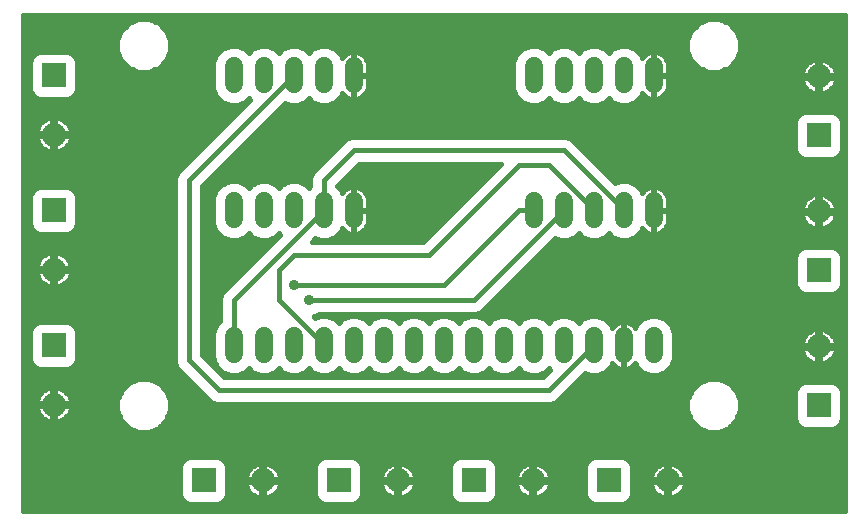
<source format=gbl>
G75*
%MOIN*%
%OFA0B0*%
%FSLAX24Y24*%
%IPPOS*%
%LPD*%
%AMOC8*
5,1,8,0,0,1.08239X$1,22.5*
%
%ADD10R,0.0800X0.0800*%
%ADD11C,0.0800*%
%ADD12C,0.0600*%
%ADD13C,0.0160*%
%ADD14C,0.0150*%
%ADD15C,0.0360*%
D10*
X008680Y003680D03*
X013180Y003680D03*
X017680Y003680D03*
X022180Y003680D03*
X029180Y006180D03*
X029180Y010680D03*
X029180Y015180D03*
X003680Y017180D03*
X003680Y012680D03*
X003680Y008180D03*
D11*
X003680Y006211D03*
X003680Y010711D03*
X003680Y015211D03*
X010649Y003680D03*
X015149Y003680D03*
X019649Y003680D03*
X024149Y003680D03*
X029180Y008149D03*
X029180Y012649D03*
X029180Y017149D03*
D12*
X023680Y016880D02*
X023680Y017480D01*
X022680Y017480D02*
X022680Y016880D01*
X021680Y016880D02*
X021680Y017480D01*
X020680Y017480D02*
X020680Y016880D01*
X019680Y016880D02*
X019680Y017480D01*
X013680Y017480D02*
X013680Y016880D01*
X012680Y016880D02*
X012680Y017480D01*
X011680Y017480D02*
X011680Y016880D01*
X010680Y016880D02*
X010680Y017480D01*
X009680Y017480D02*
X009680Y016880D01*
X009680Y012980D02*
X009680Y012380D01*
X010680Y012380D02*
X010680Y012980D01*
X011680Y012980D02*
X011680Y012380D01*
X012680Y012380D02*
X012680Y012980D01*
X013680Y012980D02*
X013680Y012380D01*
X013680Y008480D02*
X013680Y007880D01*
X012680Y007880D02*
X012680Y008480D01*
X011680Y008480D02*
X011680Y007880D01*
X010680Y007880D02*
X010680Y008480D01*
X009680Y008480D02*
X009680Y007880D01*
X014680Y007880D02*
X014680Y008480D01*
X015680Y008480D02*
X015680Y007880D01*
X016680Y007880D02*
X016680Y008480D01*
X017680Y008480D02*
X017680Y007880D01*
X018680Y007880D02*
X018680Y008480D01*
X019680Y008480D02*
X019680Y007880D01*
X020680Y007880D02*
X020680Y008480D01*
X021680Y008480D02*
X021680Y007880D01*
X022680Y007880D02*
X022680Y008480D01*
X023680Y008480D02*
X023680Y007880D01*
X023680Y012380D02*
X023680Y012980D01*
X022680Y012980D02*
X022680Y012380D01*
X021680Y012380D02*
X021680Y012980D01*
X020680Y012980D02*
X020680Y012380D01*
X019680Y012380D02*
X019680Y012980D01*
D13*
X002660Y019196D02*
X002660Y002660D01*
X030070Y002660D01*
X030070Y019196D01*
X002660Y019196D01*
X002660Y019127D02*
X030070Y019127D01*
X030070Y018968D02*
X026061Y018968D01*
X026175Y018921D02*
X025854Y019054D01*
X025506Y019054D01*
X025185Y018921D01*
X024939Y018675D01*
X024806Y018354D01*
X024806Y018006D01*
X024939Y017685D01*
X025185Y017439D01*
X025506Y017306D01*
X025854Y017306D01*
X026175Y017439D01*
X026421Y017685D01*
X026554Y018006D01*
X026554Y018354D01*
X026421Y018675D01*
X026175Y018921D01*
X026286Y018810D02*
X030070Y018810D01*
X030070Y018651D02*
X026431Y018651D01*
X026496Y018493D02*
X030070Y018493D01*
X030070Y018334D02*
X026554Y018334D01*
X026554Y018176D02*
X030070Y018176D01*
X030070Y018017D02*
X026554Y018017D01*
X026493Y017859D02*
X030070Y017859D01*
X030070Y017700D02*
X029359Y017700D01*
X029316Y017714D02*
X029403Y017686D01*
X029484Y017645D01*
X029558Y017591D01*
X029622Y017526D01*
X029676Y017452D01*
X029718Y017371D01*
X029746Y017284D01*
X029760Y017196D01*
X029228Y017196D01*
X029228Y017101D01*
X029760Y017101D01*
X029746Y017013D01*
X029718Y016926D01*
X029676Y016845D01*
X029622Y016771D01*
X029558Y016706D01*
X029484Y016652D01*
X029403Y016611D01*
X029316Y016583D01*
X029228Y016569D01*
X029228Y017101D01*
X029132Y017101D01*
X028600Y017101D01*
X028614Y017013D01*
X028642Y016926D01*
X028684Y016845D01*
X028738Y016771D01*
X028802Y016706D01*
X028876Y016652D01*
X028957Y016611D01*
X029044Y016583D01*
X029132Y016569D01*
X029132Y017101D01*
X029132Y017196D01*
X028600Y017196D01*
X028614Y017284D01*
X028642Y017371D01*
X028684Y017452D01*
X028738Y017526D01*
X028802Y017591D01*
X028876Y017645D01*
X028957Y017686D01*
X029044Y017714D01*
X029132Y017728D01*
X029132Y017196D01*
X029228Y017196D01*
X029228Y017728D01*
X029316Y017714D01*
X029228Y017700D02*
X029132Y017700D01*
X029001Y017700D02*
X026427Y017700D01*
X026277Y017542D02*
X028753Y017542D01*
X028649Y017383D02*
X026039Y017383D01*
X025321Y017383D02*
X024160Y017383D01*
X024160Y017518D02*
X024160Y017200D01*
X023700Y017200D01*
X023700Y017160D01*
X024160Y017160D01*
X024160Y016842D01*
X024148Y016768D01*
X024125Y016696D01*
X024091Y016628D01*
X024046Y016567D01*
X023993Y016514D01*
X023932Y016469D01*
X023864Y016435D01*
X023792Y016412D01*
X023718Y016400D01*
X023700Y016400D01*
X023700Y017160D01*
X023660Y017160D01*
X023660Y016400D01*
X023642Y016400D01*
X023568Y016412D01*
X023496Y016435D01*
X023428Y016469D01*
X023367Y016514D01*
X023314Y016567D01*
X023296Y016591D01*
X023297Y016591D01*
X023296Y016591D02*
X023256Y016495D01*
X023065Y016304D01*
X022815Y016200D01*
X022545Y016200D01*
X022295Y016304D01*
X022180Y016418D01*
X022065Y016304D01*
X021815Y016200D01*
X021545Y016200D01*
X021295Y016304D01*
X021180Y016418D01*
X021065Y016304D01*
X020815Y016200D01*
X020545Y016200D01*
X020295Y016304D01*
X020180Y016418D01*
X020065Y016304D01*
X019815Y016200D01*
X019545Y016200D01*
X019295Y016304D01*
X019104Y016495D01*
X019000Y016745D01*
X019000Y017615D01*
X019104Y017865D01*
X019295Y018056D01*
X019545Y018160D01*
X019815Y018160D01*
X020065Y018056D01*
X020180Y017942D01*
X020295Y018056D01*
X020545Y018160D01*
X020815Y018160D01*
X021065Y018056D01*
X021180Y017942D01*
X021295Y018056D01*
X021545Y018160D01*
X021815Y018160D01*
X022065Y018056D01*
X022180Y017942D01*
X022295Y018056D01*
X022545Y018160D01*
X022815Y018160D01*
X023065Y018056D01*
X023256Y017865D01*
X023296Y017769D01*
X023314Y017793D01*
X023367Y017846D01*
X023428Y017891D01*
X023496Y017925D01*
X023568Y017948D01*
X023642Y017960D01*
X023660Y017960D01*
X023660Y017200D01*
X023700Y017200D01*
X023700Y017960D01*
X023718Y017960D01*
X023792Y017948D01*
X023864Y017925D01*
X023932Y017891D01*
X023993Y017846D01*
X024046Y017793D01*
X024091Y017732D01*
X024125Y017664D01*
X024148Y017592D01*
X024160Y017518D01*
X024156Y017542D02*
X025083Y017542D01*
X024933Y017700D02*
X024107Y017700D01*
X023976Y017859D02*
X024867Y017859D01*
X024806Y018017D02*
X023105Y018017D01*
X023259Y017859D02*
X023384Y017859D01*
X023660Y017859D02*
X023700Y017859D01*
X023700Y017700D02*
X023660Y017700D01*
X023660Y017542D02*
X023700Y017542D01*
X023700Y017383D02*
X023660Y017383D01*
X023660Y017225D02*
X023700Y017225D01*
X023700Y017066D02*
X023660Y017066D01*
X023660Y016908D02*
X023700Y016908D01*
X023700Y016749D02*
X023660Y016749D01*
X023660Y016591D02*
X023700Y016591D01*
X023700Y016432D02*
X023660Y016432D01*
X023505Y016432D02*
X023194Y016432D01*
X022993Y016274D02*
X030070Y016274D01*
X030070Y016432D02*
X023855Y016432D01*
X024063Y016591D02*
X029020Y016591D01*
X029132Y016591D02*
X029228Y016591D01*
X029340Y016591D02*
X030070Y016591D01*
X030070Y016749D02*
X029601Y016749D01*
X029708Y016908D02*
X030070Y016908D01*
X030070Y017066D02*
X029754Y017066D01*
X029755Y017225D02*
X030070Y017225D01*
X030070Y017383D02*
X029711Y017383D01*
X029607Y017542D02*
X030070Y017542D01*
X029228Y017542D02*
X029132Y017542D01*
X029132Y017383D02*
X029228Y017383D01*
X029228Y017225D02*
X029132Y017225D01*
X029132Y017066D02*
X029228Y017066D01*
X029228Y016908D02*
X029132Y016908D01*
X029132Y016749D02*
X029228Y016749D01*
X028759Y016749D02*
X024142Y016749D01*
X024160Y016908D02*
X028652Y016908D01*
X028606Y017066D02*
X024160Y017066D01*
X024160Y017225D02*
X028605Y017225D01*
X028704Y015960D02*
X028565Y015902D01*
X028458Y015795D01*
X028400Y015656D01*
X028400Y014704D01*
X028458Y014565D01*
X028565Y014458D01*
X028704Y014400D01*
X029656Y014400D01*
X029795Y014458D01*
X029902Y014565D01*
X029960Y014704D01*
X029960Y015656D01*
X029902Y015795D01*
X029795Y015902D01*
X029656Y015960D01*
X028704Y015960D01*
X028696Y015957D02*
X011100Y015957D01*
X011258Y016115D02*
X030070Y016115D01*
X030070Y015957D02*
X029664Y015957D01*
X029899Y015798D02*
X030070Y015798D01*
X030070Y015640D02*
X029960Y015640D01*
X029960Y015481D02*
X030070Y015481D01*
X030070Y015323D02*
X029960Y015323D01*
X029960Y015164D02*
X030070Y015164D01*
X030070Y015006D02*
X029960Y015006D01*
X029960Y014847D02*
X030070Y014847D01*
X030070Y014689D02*
X029953Y014689D01*
X029867Y014530D02*
X030070Y014530D01*
X030070Y014372D02*
X021632Y014372D01*
X021473Y014530D02*
X028493Y014530D01*
X028407Y014689D02*
X021315Y014689D01*
X021156Y014847D02*
X028400Y014847D01*
X028400Y015006D02*
X020998Y015006D01*
X020938Y015066D02*
X020771Y015135D01*
X013589Y015135D01*
X013422Y015066D01*
X012422Y014066D01*
X012294Y013938D01*
X012225Y013771D01*
X012225Y013487D01*
X012180Y013442D01*
X012065Y013556D01*
X011815Y013660D01*
X011545Y013660D01*
X011295Y013556D01*
X011180Y013442D01*
X011065Y013556D01*
X010815Y013660D01*
X010545Y013660D01*
X010295Y013556D01*
X010180Y013442D01*
X010065Y013556D01*
X009815Y013660D01*
X009545Y013660D01*
X009295Y013556D01*
X009104Y013365D01*
X009000Y013115D01*
X009000Y012245D01*
X009104Y011995D01*
X009295Y011804D01*
X009545Y011700D01*
X009815Y011700D01*
X010065Y011804D01*
X010180Y011918D01*
X010295Y011804D01*
X010545Y011700D01*
X010815Y011700D01*
X011065Y011804D01*
X011180Y011918D01*
X011227Y011871D01*
X009294Y009938D01*
X009225Y009771D01*
X009225Y008987D01*
X009104Y008865D01*
X009000Y008615D01*
X009000Y007745D01*
X009104Y007495D01*
X009295Y007304D01*
X009545Y007200D01*
X009815Y007200D01*
X010065Y007304D01*
X010180Y007418D01*
X010295Y007304D01*
X010545Y007200D01*
X010815Y007200D01*
X011065Y007304D01*
X011180Y007418D01*
X011295Y007304D01*
X011545Y007200D01*
X011815Y007200D01*
X012065Y007304D01*
X012180Y007418D01*
X012295Y007304D01*
X012545Y007200D01*
X012815Y007200D01*
X013065Y007304D01*
X013180Y007418D01*
X013295Y007304D01*
X013545Y007200D01*
X013815Y007200D01*
X014065Y007304D01*
X014180Y007418D01*
X014295Y007304D01*
X014545Y007200D01*
X014815Y007200D01*
X015065Y007304D01*
X015180Y007418D01*
X015295Y007304D01*
X015545Y007200D01*
X015815Y007200D01*
X016065Y007304D01*
X016180Y007418D01*
X016295Y007304D01*
X016545Y007200D01*
X016815Y007200D01*
X017065Y007304D01*
X017180Y007418D01*
X017295Y007304D01*
X017545Y007200D01*
X017815Y007200D01*
X018065Y007304D01*
X018180Y007418D01*
X018295Y007304D01*
X018545Y007200D01*
X018815Y007200D01*
X019065Y007304D01*
X019180Y007418D01*
X019295Y007304D01*
X019545Y007200D01*
X019815Y007200D01*
X020065Y007304D01*
X020180Y007418D01*
X020227Y007371D01*
X019992Y007135D01*
X009368Y007135D01*
X008635Y007868D01*
X008635Y013492D01*
X011402Y016259D01*
X011545Y016200D01*
X011815Y016200D01*
X012065Y016304D01*
X012180Y016418D01*
X012295Y016304D01*
X012545Y016200D01*
X012815Y016200D01*
X013065Y016304D01*
X013256Y016495D01*
X013296Y016591D01*
X013297Y016591D01*
X013296Y016591D02*
X013314Y016567D01*
X013367Y016514D01*
X013428Y016469D01*
X013496Y016435D01*
X013568Y016412D01*
X013642Y016400D01*
X013660Y016400D01*
X013660Y017160D01*
X013700Y017160D01*
X013700Y017200D01*
X014160Y017200D01*
X014160Y017518D01*
X014148Y017592D01*
X014125Y017664D01*
X014091Y017732D01*
X014046Y017793D01*
X013993Y017846D01*
X013932Y017891D01*
X013864Y017925D01*
X013792Y017948D01*
X013718Y017960D01*
X013700Y017960D01*
X013700Y017200D01*
X013660Y017200D01*
X013660Y017960D01*
X013642Y017960D01*
X013568Y017948D01*
X013496Y017925D01*
X013428Y017891D01*
X013367Y017846D01*
X013314Y017793D01*
X013296Y017769D01*
X013256Y017865D01*
X013065Y018056D01*
X012815Y018160D01*
X012545Y018160D01*
X012295Y018056D01*
X012180Y017942D01*
X012065Y018056D01*
X011815Y018160D01*
X011545Y018160D01*
X011295Y018056D01*
X011180Y017942D01*
X011065Y018056D01*
X010815Y018160D01*
X010545Y018160D01*
X010295Y018056D01*
X010180Y017942D01*
X010065Y018056D01*
X009815Y018160D01*
X009545Y018160D01*
X009295Y018056D01*
X009104Y017865D01*
X009000Y017615D01*
X009000Y016745D01*
X009104Y016495D01*
X009295Y016304D01*
X009545Y016200D01*
X009815Y016200D01*
X010065Y016304D01*
X010180Y016418D01*
X010227Y016371D01*
X007922Y014066D01*
X007794Y013938D01*
X007725Y013771D01*
X007725Y007589D01*
X007794Y007422D01*
X007922Y007294D01*
X007922Y007294D01*
X008794Y006422D01*
X008922Y006294D01*
X009089Y006225D01*
X020271Y006225D01*
X020438Y006294D01*
X021402Y007259D01*
X021545Y007200D01*
X021815Y007200D01*
X022065Y007304D01*
X022256Y007495D01*
X022296Y007591D01*
X022314Y007567D01*
X022367Y007514D01*
X022428Y007469D01*
X022496Y007435D01*
X022568Y007412D01*
X022642Y007400D01*
X022660Y007400D01*
X022660Y008160D01*
X022700Y008160D01*
X022700Y007400D01*
X022718Y007400D01*
X022792Y007412D01*
X022864Y007435D01*
X022932Y007469D01*
X022993Y007514D01*
X023046Y007567D01*
X023064Y007591D01*
X023104Y007495D01*
X023295Y007304D01*
X023545Y007200D01*
X023815Y007200D01*
X024065Y007304D01*
X024256Y007495D01*
X024360Y007745D01*
X024360Y008615D01*
X024256Y008865D01*
X024065Y009056D01*
X023815Y009160D01*
X023545Y009160D01*
X023295Y009056D01*
X023104Y008865D01*
X023064Y008769D01*
X023046Y008793D01*
X022993Y008846D01*
X022932Y008891D01*
X022864Y008925D01*
X022792Y008948D01*
X022718Y008960D01*
X022700Y008960D01*
X022700Y008200D01*
X022660Y008200D01*
X022660Y008960D01*
X022642Y008960D01*
X022568Y008948D01*
X022496Y008925D01*
X022428Y008891D01*
X022367Y008846D01*
X022314Y008793D01*
X022296Y008769D01*
X022256Y008865D01*
X022065Y009056D01*
X021815Y009160D01*
X021545Y009160D01*
X021295Y009056D01*
X021180Y008942D01*
X021065Y009056D01*
X020815Y009160D01*
X020545Y009160D01*
X020295Y009056D01*
X020180Y008942D01*
X020065Y009056D01*
X019815Y009160D01*
X019545Y009160D01*
X019295Y009056D01*
X019180Y008942D01*
X019065Y009056D01*
X018815Y009160D01*
X018545Y009160D01*
X018295Y009056D01*
X018180Y008942D01*
X018065Y009056D01*
X017815Y009160D01*
X017545Y009160D01*
X017295Y009056D01*
X017180Y008942D01*
X017065Y009056D01*
X016815Y009160D01*
X016545Y009160D01*
X016295Y009056D01*
X016180Y008942D01*
X016065Y009056D01*
X015815Y009160D01*
X015545Y009160D01*
X015295Y009056D01*
X015180Y008942D01*
X015065Y009056D01*
X014815Y009160D01*
X014545Y009160D01*
X014295Y009056D01*
X014180Y008942D01*
X014065Y009056D01*
X013815Y009160D01*
X013545Y009160D01*
X013295Y009056D01*
X013180Y008942D01*
X013065Y009056D01*
X012815Y009160D01*
X012545Y009160D01*
X012402Y009101D01*
X012356Y009147D01*
X012497Y009205D01*
X012517Y009225D01*
X017771Y009225D01*
X017938Y009294D01*
X020402Y011759D01*
X020545Y011700D01*
X020815Y011700D01*
X021065Y011804D01*
X021180Y011918D01*
X021295Y011804D01*
X021545Y011700D01*
X021815Y011700D01*
X022065Y011804D01*
X022180Y011918D01*
X022295Y011804D01*
X022545Y011700D01*
X022815Y011700D01*
X023065Y011804D01*
X023256Y011995D01*
X023296Y012091D01*
X023314Y012067D01*
X023367Y012014D01*
X023428Y011969D01*
X023496Y011935D01*
X023568Y011912D01*
X023642Y011900D01*
X023660Y011900D01*
X023660Y012660D01*
X023700Y012660D01*
X023700Y012700D01*
X023660Y012700D01*
X023660Y013460D01*
X023642Y013460D01*
X023568Y013448D01*
X023496Y013425D01*
X023428Y013391D01*
X023367Y013346D01*
X023314Y013293D01*
X023296Y013269D01*
X023256Y013365D01*
X023065Y013556D01*
X022815Y013660D01*
X022545Y013660D01*
X022402Y013601D01*
X021066Y014938D01*
X020938Y015066D01*
X021790Y014213D02*
X030070Y014213D01*
X030070Y014055D02*
X021949Y014055D01*
X022107Y013896D02*
X030070Y013896D01*
X030070Y013738D02*
X022266Y013738D01*
X023011Y013579D02*
X030070Y013579D01*
X030070Y013421D02*
X023873Y013421D01*
X023864Y013425D02*
X023932Y013391D01*
X023993Y013346D01*
X024046Y013293D01*
X024091Y013232D01*
X024125Y013164D01*
X024148Y013092D01*
X024160Y013018D01*
X024160Y012700D01*
X023700Y012700D01*
X023700Y013460D01*
X023718Y013460D01*
X023792Y013448D01*
X023864Y013425D01*
X023700Y013421D02*
X023660Y013421D01*
X023660Y013262D02*
X023700Y013262D01*
X023700Y013104D02*
X023660Y013104D01*
X023660Y012945D02*
X023700Y012945D01*
X023700Y012787D02*
X023660Y012787D01*
X023700Y012660D02*
X024160Y012660D01*
X024160Y012342D01*
X024148Y012268D01*
X024125Y012196D01*
X024091Y012128D01*
X024046Y012067D01*
X023993Y012014D01*
X023932Y011969D01*
X023864Y011935D01*
X023792Y011912D01*
X023718Y011900D01*
X023700Y011900D01*
X023700Y012660D01*
X023700Y012628D02*
X023660Y012628D01*
X023660Y012470D02*
X023700Y012470D01*
X023700Y012311D02*
X023660Y012311D01*
X023660Y012153D02*
X023700Y012153D01*
X023700Y011994D02*
X023660Y011994D01*
X023395Y011994D02*
X023256Y011994D01*
X023097Y011836D02*
X030070Y011836D01*
X030070Y011994D02*
X023965Y011994D01*
X024103Y012153D02*
X028876Y012153D01*
X028876Y012152D02*
X028957Y012111D01*
X029044Y012083D01*
X029132Y012069D01*
X029132Y012601D01*
X028600Y012601D01*
X028614Y012513D01*
X028642Y012426D01*
X028684Y012345D01*
X028738Y012271D01*
X028802Y012206D01*
X028876Y012152D01*
X028708Y012311D02*
X024155Y012311D01*
X024160Y012470D02*
X028628Y012470D01*
X028600Y012696D02*
X029132Y012696D01*
X029132Y012601D01*
X029228Y012601D01*
X029228Y012696D01*
X029760Y012696D01*
X029746Y012784D01*
X029718Y012871D01*
X029676Y012952D01*
X029622Y013026D01*
X029558Y013091D01*
X029484Y013145D01*
X029403Y013186D01*
X029316Y013214D01*
X029228Y013228D01*
X029228Y012696D01*
X029132Y012696D01*
X029132Y013228D01*
X029044Y013214D01*
X028957Y013186D01*
X028876Y013145D01*
X028802Y013091D01*
X028738Y013026D01*
X028684Y012952D01*
X028642Y012871D01*
X028614Y012784D01*
X028600Y012696D01*
X028615Y012787D02*
X024160Y012787D01*
X024160Y012945D02*
X028680Y012945D01*
X028820Y013104D02*
X024145Y013104D01*
X024068Y013262D02*
X030070Y013262D01*
X030070Y013104D02*
X029540Y013104D01*
X029680Y012945D02*
X030070Y012945D01*
X030070Y012787D02*
X029745Y012787D01*
X029760Y012601D02*
X029228Y012601D01*
X029228Y012069D01*
X029316Y012083D01*
X029403Y012111D01*
X029484Y012152D01*
X029558Y012206D01*
X029622Y012271D01*
X029676Y012345D01*
X029718Y012426D01*
X029746Y012513D01*
X029760Y012601D01*
X029732Y012470D02*
X030070Y012470D01*
X030070Y012628D02*
X029228Y012628D01*
X029132Y012628D02*
X024160Y012628D01*
X023487Y013421D02*
X023201Y013421D01*
X022263Y011836D02*
X022097Y011836D01*
X021263Y011836D02*
X021097Y011836D01*
X020320Y011677D02*
X030070Y011677D01*
X030070Y011519D02*
X020162Y011519D01*
X020003Y011360D02*
X028523Y011360D01*
X028565Y011402D02*
X028458Y011295D01*
X028400Y011156D01*
X028400Y010204D01*
X028458Y010065D01*
X028565Y009958D01*
X028704Y009900D01*
X029656Y009900D01*
X029795Y009958D01*
X029902Y010065D01*
X029960Y010204D01*
X029960Y011156D01*
X029902Y011295D01*
X029795Y011402D01*
X029656Y011460D01*
X028704Y011460D01*
X028565Y011402D01*
X028419Y011202D02*
X019845Y011202D01*
X019686Y011043D02*
X028400Y011043D01*
X028400Y010885D02*
X019528Y010885D01*
X019369Y010726D02*
X028400Y010726D01*
X028400Y010568D02*
X019211Y010568D01*
X019052Y010409D02*
X028400Y010409D01*
X028400Y010251D02*
X018894Y010251D01*
X018735Y010092D02*
X028447Y010092D01*
X028623Y009934D02*
X018577Y009934D01*
X018418Y009775D02*
X030070Y009775D01*
X030070Y009617D02*
X018260Y009617D01*
X018101Y009458D02*
X030070Y009458D01*
X030070Y009300D02*
X017943Y009300D01*
X017861Y009141D02*
X018499Y009141D01*
X018221Y008983D02*
X018139Y008983D01*
X017499Y009141D02*
X016861Y009141D01*
X017139Y008983D02*
X017221Y008983D01*
X016499Y009141D02*
X015861Y009141D01*
X016139Y008983D02*
X016221Y008983D01*
X015499Y009141D02*
X014861Y009141D01*
X015139Y008983D02*
X015221Y008983D01*
X014499Y009141D02*
X013861Y009141D01*
X014139Y008983D02*
X014221Y008983D01*
X013499Y009141D02*
X012861Y009141D01*
X013139Y008983D02*
X013221Y008983D01*
X012499Y009141D02*
X012362Y009141D01*
X012201Y007398D02*
X012159Y007398D01*
X011909Y007239D02*
X012451Y007239D01*
X012909Y007239D02*
X013451Y007239D01*
X013201Y007398D02*
X013159Y007398D01*
X013909Y007239D02*
X014451Y007239D01*
X014201Y007398D02*
X014159Y007398D01*
X014909Y007239D02*
X015451Y007239D01*
X015201Y007398D02*
X015159Y007398D01*
X015909Y007239D02*
X016451Y007239D01*
X016201Y007398D02*
X016159Y007398D01*
X016909Y007239D02*
X017451Y007239D01*
X017201Y007398D02*
X017159Y007398D01*
X017909Y007239D02*
X018451Y007239D01*
X018201Y007398D02*
X018159Y007398D01*
X018909Y007239D02*
X019451Y007239D01*
X019201Y007398D02*
X019159Y007398D01*
X019909Y007239D02*
X020096Y007239D01*
X020159Y007398D02*
X020201Y007398D01*
X020907Y006764D02*
X025028Y006764D01*
X024939Y006675D02*
X025185Y006921D01*
X025506Y007054D01*
X025854Y007054D01*
X026175Y006921D01*
X026421Y006675D01*
X026554Y006354D01*
X026554Y006006D01*
X026421Y005685D01*
X026175Y005439D01*
X025854Y005306D01*
X025506Y005306D01*
X025185Y005439D01*
X024939Y005685D01*
X024806Y006006D01*
X024806Y006354D01*
X024939Y006675D01*
X024910Y006605D02*
X020748Y006605D01*
X020590Y006447D02*
X024845Y006447D01*
X024806Y006288D02*
X020423Y006288D01*
X021065Y006922D02*
X025188Y006922D01*
X024806Y006130D02*
X007554Y006130D01*
X007554Y006006D02*
X007421Y005685D01*
X007175Y005439D01*
X006854Y005306D01*
X006506Y005306D01*
X006185Y005439D01*
X005939Y005685D01*
X005806Y006006D01*
X005806Y006354D01*
X005939Y006675D01*
X006185Y006921D01*
X006506Y007054D01*
X006854Y007054D01*
X007175Y006921D01*
X007421Y006675D01*
X007554Y006354D01*
X007554Y006006D01*
X007539Y005971D02*
X024821Y005971D01*
X024887Y005813D02*
X007473Y005813D01*
X007390Y005654D02*
X024970Y005654D01*
X025129Y005496D02*
X007231Y005496D01*
X006928Y005337D02*
X025432Y005337D01*
X025928Y005337D02*
X030070Y005337D01*
X030070Y005179D02*
X002660Y005179D01*
X002660Y005337D02*
X006432Y005337D01*
X006129Y005496D02*
X002660Y005496D01*
X002660Y005654D02*
X003519Y005654D01*
X003544Y005646D02*
X003457Y005674D01*
X003376Y005715D01*
X003302Y005769D01*
X003238Y005834D01*
X003184Y005908D01*
X003142Y005989D01*
X003114Y006076D01*
X003100Y006164D01*
X003632Y006164D01*
X003632Y006259D01*
X003100Y006259D01*
X003114Y006347D01*
X003142Y006434D01*
X003184Y006515D01*
X003238Y006589D01*
X003302Y006654D01*
X003376Y006708D01*
X003457Y006749D01*
X003544Y006777D01*
X003632Y006791D01*
X003632Y006259D01*
X003728Y006259D01*
X004260Y006259D01*
X004246Y006347D01*
X004218Y006434D01*
X004176Y006515D01*
X004122Y006589D01*
X004058Y006654D01*
X003984Y006708D01*
X003903Y006749D01*
X003816Y006777D01*
X003728Y006791D01*
X003728Y006259D01*
X003728Y006164D01*
X004260Y006164D01*
X004246Y006076D01*
X004218Y005989D01*
X004176Y005908D01*
X004122Y005834D01*
X004058Y005769D01*
X003984Y005715D01*
X003903Y005674D01*
X003816Y005646D01*
X003728Y005632D01*
X003728Y006164D01*
X003632Y006164D01*
X003632Y005632D01*
X003544Y005646D01*
X003632Y005654D02*
X003728Y005654D01*
X003841Y005654D02*
X005970Y005654D01*
X005887Y005813D02*
X004101Y005813D01*
X004208Y005971D02*
X005821Y005971D01*
X005806Y006130D02*
X004254Y006130D01*
X004255Y006288D02*
X005806Y006288D01*
X005845Y006447D02*
X004211Y006447D01*
X004107Y006605D02*
X005910Y006605D01*
X006028Y006764D02*
X003858Y006764D01*
X003728Y006764D02*
X003632Y006764D01*
X003502Y006764D02*
X002660Y006764D01*
X002660Y006922D02*
X006188Y006922D01*
X007172Y006922D02*
X008295Y006922D01*
X008453Y006764D02*
X007332Y006764D01*
X007450Y006605D02*
X008612Y006605D01*
X008770Y006447D02*
X007515Y006447D01*
X007554Y006288D02*
X008937Y006288D01*
X008794Y006422D02*
X008794Y006422D01*
X008136Y007081D02*
X002660Y007081D01*
X002660Y007239D02*
X007978Y007239D01*
X007819Y007398D02*
X002660Y007398D01*
X002660Y007556D02*
X002967Y007556D01*
X002958Y007565D02*
X003065Y007458D01*
X003204Y007400D01*
X004156Y007400D01*
X004295Y007458D01*
X004402Y007565D01*
X004460Y007704D01*
X004460Y008656D01*
X004402Y008795D01*
X004295Y008902D01*
X004156Y008960D01*
X003204Y008960D01*
X003065Y008902D01*
X002958Y008795D01*
X002900Y008656D01*
X002900Y007704D01*
X002958Y007565D01*
X002900Y007715D02*
X002660Y007715D01*
X002660Y007873D02*
X002900Y007873D01*
X002900Y008032D02*
X002660Y008032D01*
X002660Y008190D02*
X002900Y008190D01*
X002900Y008349D02*
X002660Y008349D01*
X002660Y008507D02*
X002900Y008507D01*
X002904Y008666D02*
X002660Y008666D01*
X002660Y008824D02*
X002987Y008824D01*
X002660Y008983D02*
X007725Y008983D01*
X007725Y009141D02*
X002660Y009141D01*
X002660Y009300D02*
X007725Y009300D01*
X007725Y009458D02*
X002660Y009458D01*
X002660Y009617D02*
X007725Y009617D01*
X007725Y009775D02*
X002660Y009775D01*
X002660Y009934D02*
X007725Y009934D01*
X007725Y010092D02*
X002660Y010092D01*
X002660Y010251D02*
X003328Y010251D01*
X003302Y010269D02*
X003376Y010215D01*
X003457Y010174D01*
X003544Y010146D01*
X003632Y010132D01*
X003632Y010664D01*
X003100Y010664D01*
X003114Y010576D01*
X003142Y010489D01*
X003184Y010408D01*
X003238Y010334D01*
X003302Y010269D01*
X003183Y010409D02*
X002660Y010409D01*
X002660Y010568D02*
X003117Y010568D01*
X003100Y010759D02*
X003632Y010759D01*
X003632Y010664D01*
X003728Y010664D01*
X003728Y010759D01*
X004260Y010759D01*
X004246Y010847D01*
X004218Y010934D01*
X004176Y011015D01*
X004122Y011089D01*
X004058Y011154D01*
X003984Y011208D01*
X003903Y011249D01*
X003816Y011277D01*
X003728Y011291D01*
X003728Y010759D01*
X003632Y010759D01*
X003632Y011291D01*
X003544Y011277D01*
X003457Y011249D01*
X003376Y011208D01*
X003302Y011154D01*
X003238Y011089D01*
X003184Y011015D01*
X003142Y010934D01*
X003114Y010847D01*
X003100Y010759D01*
X003126Y010885D02*
X002660Y010885D01*
X002660Y011043D02*
X003204Y011043D01*
X003368Y011202D02*
X002660Y011202D01*
X002660Y011360D02*
X007725Y011360D01*
X007725Y011202D02*
X003992Y011202D01*
X004156Y011043D02*
X007725Y011043D01*
X007725Y010885D02*
X004234Y010885D01*
X004260Y010664D02*
X003728Y010664D01*
X003728Y010132D01*
X003816Y010146D01*
X003903Y010174D01*
X003984Y010215D01*
X004058Y010269D01*
X004122Y010334D01*
X004176Y010408D01*
X004218Y010489D01*
X004246Y010576D01*
X004260Y010664D01*
X004243Y010568D02*
X007725Y010568D01*
X007725Y010726D02*
X003728Y010726D01*
X003632Y010726D02*
X002660Y010726D01*
X002660Y011519D02*
X007725Y011519D01*
X007725Y011677D02*
X002660Y011677D01*
X002660Y011836D02*
X007725Y011836D01*
X007725Y011994D02*
X004331Y011994D01*
X004295Y011958D02*
X004402Y012065D01*
X004460Y012204D01*
X004460Y013156D01*
X004402Y013295D01*
X004295Y013402D01*
X004156Y013460D01*
X003204Y013460D01*
X003065Y013402D01*
X002958Y013295D01*
X002900Y013156D01*
X002900Y012204D01*
X002958Y012065D01*
X003065Y011958D01*
X003204Y011900D01*
X004156Y011900D01*
X004295Y011958D01*
X004439Y012153D02*
X007725Y012153D01*
X007725Y012311D02*
X004460Y012311D01*
X004460Y012470D02*
X007725Y012470D01*
X007725Y012628D02*
X004460Y012628D01*
X004460Y012787D02*
X007725Y012787D01*
X007725Y012945D02*
X004460Y012945D01*
X004460Y013104D02*
X007725Y013104D01*
X007725Y013262D02*
X004416Y013262D01*
X004251Y013421D02*
X007725Y013421D01*
X007725Y013579D02*
X002660Y013579D01*
X002660Y013421D02*
X003109Y013421D01*
X002944Y013262D02*
X002660Y013262D01*
X002660Y013104D02*
X002900Y013104D01*
X002900Y012945D02*
X002660Y012945D01*
X002660Y012787D02*
X002900Y012787D01*
X002900Y012628D02*
X002660Y012628D01*
X002660Y012470D02*
X002900Y012470D01*
X002900Y012311D02*
X002660Y012311D01*
X002660Y012153D02*
X002921Y012153D01*
X003029Y011994D02*
X002660Y011994D01*
X003632Y011202D02*
X003728Y011202D01*
X003728Y011043D02*
X003632Y011043D01*
X003632Y010885D02*
X003728Y010885D01*
X003728Y010568D02*
X003632Y010568D01*
X003632Y010409D02*
X003728Y010409D01*
X003728Y010251D02*
X003632Y010251D01*
X004032Y010251D02*
X007725Y010251D01*
X007725Y010409D02*
X004177Y010409D01*
X004373Y008824D02*
X007725Y008824D01*
X007725Y008666D02*
X004456Y008666D01*
X004460Y008507D02*
X007725Y008507D01*
X007725Y008349D02*
X004460Y008349D01*
X004460Y008190D02*
X007725Y008190D01*
X007725Y008032D02*
X004460Y008032D01*
X004460Y007873D02*
X007725Y007873D01*
X007725Y007715D02*
X004460Y007715D01*
X004393Y007556D02*
X007739Y007556D01*
X008635Y007873D02*
X009000Y007873D01*
X009000Y008032D02*
X008635Y008032D01*
X008635Y008190D02*
X009000Y008190D01*
X009000Y008349D02*
X008635Y008349D01*
X008635Y008507D02*
X009000Y008507D01*
X009021Y008666D02*
X008635Y008666D01*
X008635Y008824D02*
X009086Y008824D01*
X009221Y008983D02*
X008635Y008983D01*
X008635Y009141D02*
X009225Y009141D01*
X009225Y009300D02*
X008635Y009300D01*
X008635Y009458D02*
X009225Y009458D01*
X009225Y009617D02*
X008635Y009617D01*
X008635Y009775D02*
X009227Y009775D01*
X009293Y009934D02*
X008635Y009934D01*
X008635Y010092D02*
X009449Y010092D01*
X009607Y010251D02*
X008635Y010251D01*
X008635Y010409D02*
X009766Y010409D01*
X009924Y010568D02*
X008635Y010568D01*
X008635Y010726D02*
X010083Y010726D01*
X010241Y010885D02*
X008635Y010885D01*
X008635Y011043D02*
X010400Y011043D01*
X010558Y011202D02*
X008635Y011202D01*
X008635Y011360D02*
X010717Y011360D01*
X010875Y011519D02*
X008635Y011519D01*
X008635Y011677D02*
X011034Y011677D01*
X011097Y011836D02*
X011192Y011836D01*
X010263Y011836D02*
X010097Y011836D01*
X009263Y011836D02*
X008635Y011836D01*
X008635Y011994D02*
X009104Y011994D01*
X009038Y012153D02*
X008635Y012153D01*
X008635Y012311D02*
X009000Y012311D01*
X009000Y012470D02*
X008635Y012470D01*
X008635Y012628D02*
X009000Y012628D01*
X009000Y012787D02*
X008635Y012787D01*
X008635Y012945D02*
X009000Y012945D01*
X009000Y013104D02*
X008635Y013104D01*
X008635Y013262D02*
X009061Y013262D01*
X009159Y013421D02*
X008635Y013421D01*
X008722Y013579D02*
X009349Y013579D01*
X009039Y013896D02*
X012277Y013896D01*
X012225Y013738D02*
X008881Y013738D01*
X009198Y014055D02*
X012411Y014055D01*
X012570Y014213D02*
X009356Y014213D01*
X009515Y014372D02*
X012728Y014372D01*
X012887Y014530D02*
X009673Y014530D01*
X009832Y014689D02*
X013045Y014689D01*
X013204Y014847D02*
X009990Y014847D01*
X010149Y015006D02*
X013362Y015006D01*
X013868Y014225D02*
X018582Y014225D01*
X015992Y011635D01*
X012278Y011635D01*
X012402Y011759D01*
X012545Y011700D01*
X012815Y011700D01*
X013065Y011804D01*
X013256Y011995D01*
X013296Y012091D01*
X013314Y012067D01*
X013367Y012014D01*
X013428Y011969D01*
X013496Y011935D01*
X013568Y011912D01*
X013642Y011900D01*
X013660Y011900D01*
X013660Y012660D01*
X013700Y012660D01*
X013700Y012700D01*
X013660Y012700D01*
X013660Y013460D01*
X013642Y013460D01*
X013568Y013448D01*
X013496Y013425D01*
X013428Y013391D01*
X013367Y013346D01*
X013314Y013293D01*
X013296Y013269D01*
X013256Y013365D01*
X013135Y013487D01*
X013135Y013492D01*
X013868Y014225D01*
X013856Y014213D02*
X018570Y014213D01*
X018411Y014055D02*
X013698Y014055D01*
X013539Y013896D02*
X018253Y013896D01*
X018094Y013738D02*
X013381Y013738D01*
X013222Y013579D02*
X017936Y013579D01*
X017777Y013421D02*
X013873Y013421D01*
X013864Y013425D02*
X013932Y013391D01*
X013993Y013346D01*
X014046Y013293D01*
X014091Y013232D01*
X014125Y013164D01*
X014148Y013092D01*
X014160Y013018D01*
X014160Y012700D01*
X013700Y012700D01*
X013700Y013460D01*
X013718Y013460D01*
X013792Y013448D01*
X013864Y013425D01*
X013700Y013421D02*
X013660Y013421D01*
X013660Y013262D02*
X013700Y013262D01*
X013700Y013104D02*
X013660Y013104D01*
X013660Y012945D02*
X013700Y012945D01*
X013700Y012787D02*
X013660Y012787D01*
X013700Y012660D02*
X014160Y012660D01*
X014160Y012342D01*
X014148Y012268D01*
X014125Y012196D01*
X014091Y012128D01*
X014046Y012067D01*
X013993Y012014D01*
X013932Y011969D01*
X013864Y011935D01*
X013792Y011912D01*
X013718Y011900D01*
X013700Y011900D01*
X013700Y012660D01*
X013700Y012628D02*
X013660Y012628D01*
X013660Y012470D02*
X013700Y012470D01*
X013700Y012311D02*
X013660Y012311D01*
X013660Y012153D02*
X013700Y012153D01*
X013700Y011994D02*
X013660Y011994D01*
X013395Y011994D02*
X013256Y011994D01*
X013097Y011836D02*
X016192Y011836D01*
X016351Y011994D02*
X013965Y011994D01*
X014103Y012153D02*
X016509Y012153D01*
X016668Y012311D02*
X014155Y012311D01*
X014160Y012470D02*
X016826Y012470D01*
X016985Y012628D02*
X014160Y012628D01*
X014160Y012787D02*
X017143Y012787D01*
X017302Y012945D02*
X014160Y012945D01*
X014145Y013104D02*
X017460Y013104D01*
X017619Y013262D02*
X014068Y013262D01*
X013487Y013421D02*
X013201Y013421D01*
X012225Y013579D02*
X012011Y013579D01*
X011349Y013579D02*
X011011Y013579D01*
X010349Y013579D02*
X010011Y013579D01*
X008704Y014847D02*
X004132Y014847D01*
X004122Y014834D02*
X004176Y014908D01*
X004218Y014989D01*
X004246Y015076D01*
X004260Y015164D01*
X003728Y015164D01*
X009021Y015164D01*
X009179Y015323D02*
X004250Y015323D01*
X004246Y015347D02*
X004218Y015434D01*
X004176Y015515D01*
X004122Y015589D01*
X004058Y015654D01*
X003984Y015708D01*
X003903Y015749D01*
X003816Y015777D01*
X003728Y015791D01*
X003728Y015259D01*
X004260Y015259D01*
X004246Y015347D01*
X004194Y015481D02*
X009338Y015481D01*
X009496Y015640D02*
X004072Y015640D01*
X003728Y015640D02*
X003632Y015640D01*
X003632Y015791D02*
X003632Y015259D01*
X003632Y015164D01*
X002660Y015164D01*
X002660Y015006D02*
X003137Y015006D01*
X003142Y014989D02*
X003184Y014908D01*
X003238Y014834D01*
X003302Y014769D01*
X003376Y014715D01*
X003457Y014674D01*
X003544Y014646D01*
X003632Y014632D01*
X003632Y015164D01*
X003100Y015164D01*
X003114Y015076D01*
X003142Y014989D01*
X003228Y014847D02*
X002660Y014847D01*
X002660Y014689D02*
X003429Y014689D01*
X003632Y014689D02*
X003728Y014689D01*
X003728Y014632D02*
X003816Y014646D01*
X003903Y014674D01*
X003984Y014715D01*
X004058Y014769D01*
X004122Y014834D01*
X004223Y015006D02*
X008862Y015006D01*
X008545Y014689D02*
X003931Y014689D01*
X003728Y014632D02*
X003728Y015164D01*
X003728Y015259D01*
X003632Y015259D01*
X003100Y015259D01*
X003114Y015347D01*
X003142Y015434D01*
X003184Y015515D01*
X003238Y015589D01*
X003302Y015654D01*
X003376Y015708D01*
X003457Y015749D01*
X003544Y015777D01*
X003632Y015791D01*
X003632Y015481D02*
X003728Y015481D01*
X003728Y015323D02*
X003632Y015323D01*
X003632Y015164D02*
X003728Y015164D01*
X003728Y015006D02*
X003632Y015006D01*
X003632Y014847D02*
X003728Y014847D01*
X003110Y015323D02*
X002660Y015323D01*
X002660Y015481D02*
X003166Y015481D01*
X003288Y015640D02*
X002660Y015640D01*
X002660Y015798D02*
X009655Y015798D01*
X009813Y015957D02*
X002660Y015957D01*
X002660Y016115D02*
X009972Y016115D01*
X009993Y016274D02*
X010130Y016274D01*
X009367Y016274D02*
X002660Y016274D01*
X002660Y016432D02*
X003127Y016432D01*
X003065Y016458D02*
X003204Y016400D01*
X004156Y016400D01*
X004295Y016458D01*
X004402Y016565D01*
X004460Y016704D01*
X004460Y017656D01*
X004402Y017795D01*
X004295Y017902D01*
X004156Y017960D01*
X003204Y017960D01*
X003065Y017902D01*
X002958Y017795D01*
X002900Y017656D01*
X002900Y016704D01*
X002958Y016565D01*
X003065Y016458D01*
X002947Y016591D02*
X002660Y016591D01*
X002660Y016749D02*
X002900Y016749D01*
X002900Y016908D02*
X002660Y016908D01*
X002660Y017066D02*
X002900Y017066D01*
X002900Y017225D02*
X002660Y017225D01*
X002660Y017383D02*
X002900Y017383D01*
X002900Y017542D02*
X002660Y017542D01*
X002660Y017700D02*
X002918Y017700D01*
X003021Y017859D02*
X002660Y017859D01*
X002660Y018017D02*
X005806Y018017D01*
X005806Y018006D02*
X005939Y017685D01*
X006185Y017439D01*
X006506Y017306D01*
X006854Y017306D01*
X007175Y017439D01*
X007421Y017685D01*
X007554Y018006D01*
X007554Y018354D01*
X007421Y018675D01*
X007175Y018921D01*
X006854Y019054D01*
X006506Y019054D01*
X006185Y018921D01*
X005939Y018675D01*
X005806Y018354D01*
X005806Y018006D01*
X005867Y017859D02*
X004339Y017859D01*
X004442Y017700D02*
X005933Y017700D01*
X006083Y017542D02*
X004460Y017542D01*
X004460Y017383D02*
X006321Y017383D01*
X007039Y017383D02*
X009000Y017383D01*
X009000Y017225D02*
X004460Y017225D01*
X004460Y017066D02*
X009000Y017066D01*
X009000Y016908D02*
X004460Y016908D01*
X004460Y016749D02*
X009000Y016749D01*
X009064Y016591D02*
X004413Y016591D01*
X004233Y016432D02*
X009166Y016432D01*
X009000Y017542D02*
X007277Y017542D01*
X007427Y017700D02*
X009035Y017700D01*
X009101Y017859D02*
X007493Y017859D01*
X007554Y018017D02*
X009255Y018017D01*
X010105Y018017D02*
X010255Y018017D01*
X011105Y018017D02*
X011255Y018017D01*
X012105Y018017D02*
X012255Y018017D01*
X013105Y018017D02*
X019255Y018017D01*
X019101Y017859D02*
X013976Y017859D01*
X014107Y017700D02*
X019035Y017700D01*
X019000Y017542D02*
X014156Y017542D01*
X014160Y017383D02*
X019000Y017383D01*
X019000Y017225D02*
X014160Y017225D01*
X014160Y017160D02*
X013700Y017160D01*
X013700Y016400D01*
X013718Y016400D01*
X013792Y016412D01*
X013864Y016435D01*
X013932Y016469D01*
X013993Y016514D01*
X014046Y016567D01*
X014091Y016628D01*
X014125Y016696D01*
X014148Y016768D01*
X014160Y016842D01*
X014160Y017160D01*
X014160Y017066D02*
X019000Y017066D01*
X019000Y016908D02*
X014160Y016908D01*
X014142Y016749D02*
X019000Y016749D01*
X019064Y016591D02*
X014063Y016591D01*
X013855Y016432D02*
X019166Y016432D01*
X019367Y016274D02*
X012993Y016274D01*
X013194Y016432D02*
X013505Y016432D01*
X013660Y016432D02*
X013700Y016432D01*
X013700Y016591D02*
X013660Y016591D01*
X013660Y016749D02*
X013700Y016749D01*
X013700Y016908D02*
X013660Y016908D01*
X013660Y017066D02*
X013700Y017066D01*
X013700Y017225D02*
X013660Y017225D01*
X013660Y017383D02*
X013700Y017383D01*
X013700Y017542D02*
X013660Y017542D01*
X013660Y017700D02*
X013700Y017700D01*
X013700Y017859D02*
X013660Y017859D01*
X013384Y017859D02*
X013259Y017859D01*
X012367Y016274D02*
X011993Y016274D01*
X010941Y015798D02*
X028461Y015798D01*
X028400Y015640D02*
X010783Y015640D01*
X010624Y015481D02*
X028400Y015481D01*
X028400Y015323D02*
X010466Y015323D01*
X010307Y015164D02*
X028400Y015164D01*
X029132Y013104D02*
X029228Y013104D01*
X029228Y012945D02*
X029132Y012945D01*
X029132Y012787D02*
X029228Y012787D01*
X029228Y012470D02*
X029132Y012470D01*
X029132Y012311D02*
X029228Y012311D01*
X029228Y012153D02*
X029132Y012153D01*
X029484Y012153D02*
X030070Y012153D01*
X030070Y012311D02*
X029652Y012311D01*
X029837Y011360D02*
X030070Y011360D01*
X030070Y011202D02*
X029941Y011202D01*
X029960Y011043D02*
X030070Y011043D01*
X030070Y010885D02*
X029960Y010885D01*
X029960Y010726D02*
X030070Y010726D01*
X030070Y010568D02*
X029960Y010568D01*
X029960Y010409D02*
X030070Y010409D01*
X030070Y010251D02*
X029960Y010251D01*
X029913Y010092D02*
X030070Y010092D01*
X030070Y009934D02*
X029737Y009934D01*
X030070Y009141D02*
X023861Y009141D01*
X024139Y008983D02*
X030070Y008983D01*
X030070Y008824D02*
X024274Y008824D01*
X024339Y008666D02*
X028917Y008666D01*
X028957Y008686D02*
X028876Y008645D01*
X028802Y008591D01*
X028738Y008526D01*
X028684Y008452D01*
X028642Y008371D01*
X028614Y008284D01*
X028600Y008196D01*
X029132Y008196D01*
X029132Y008101D01*
X028600Y008101D01*
X028614Y008013D01*
X028642Y007926D01*
X028684Y007845D01*
X028738Y007771D01*
X028802Y007706D01*
X028876Y007652D01*
X028957Y007611D01*
X029044Y007583D01*
X029132Y007569D01*
X029132Y008101D01*
X029228Y008101D01*
X029228Y008196D01*
X029760Y008196D01*
X029746Y008284D01*
X029718Y008371D01*
X029676Y008452D01*
X029622Y008526D01*
X029558Y008591D01*
X029484Y008645D01*
X029403Y008686D01*
X029316Y008714D01*
X029228Y008728D01*
X029228Y008196D01*
X029132Y008196D01*
X029132Y008728D01*
X029044Y008714D01*
X028957Y008686D01*
X029132Y008666D02*
X029228Y008666D01*
X029228Y008507D02*
X029132Y008507D01*
X029132Y008349D02*
X029228Y008349D01*
X029228Y008190D02*
X030070Y008190D01*
X030070Y008032D02*
X029749Y008032D01*
X029746Y008013D02*
X029760Y008101D01*
X029228Y008101D01*
X029228Y007569D01*
X029316Y007583D01*
X029403Y007611D01*
X029484Y007652D01*
X029558Y007706D01*
X029622Y007771D01*
X029676Y007845D01*
X029718Y007926D01*
X029746Y008013D01*
X029691Y007873D02*
X030070Y007873D01*
X030070Y007715D02*
X029566Y007715D01*
X029228Y007715D02*
X029132Y007715D01*
X029132Y007873D02*
X029228Y007873D01*
X029228Y008032D02*
X029132Y008032D01*
X029132Y008190D02*
X024360Y008190D01*
X024360Y008032D02*
X028611Y008032D01*
X028669Y007873D02*
X024360Y007873D01*
X024347Y007715D02*
X028794Y007715D01*
X028635Y008349D02*
X024360Y008349D01*
X024360Y008507D02*
X028724Y008507D01*
X029443Y008666D02*
X030070Y008666D01*
X030070Y008507D02*
X029636Y008507D01*
X029725Y008349D02*
X030070Y008349D01*
X030070Y007556D02*
X024282Y007556D01*
X024159Y007398D02*
X030070Y007398D01*
X030070Y007239D02*
X023909Y007239D01*
X023451Y007239D02*
X021909Y007239D01*
X022159Y007398D02*
X023201Y007398D01*
X023078Y007556D02*
X023035Y007556D01*
X022700Y007556D02*
X022660Y007556D01*
X022660Y007715D02*
X022700Y007715D01*
X022700Y007873D02*
X022660Y007873D01*
X022660Y008032D02*
X022700Y008032D01*
X022700Y008349D02*
X022660Y008349D01*
X022660Y008507D02*
X022700Y008507D01*
X022700Y008666D02*
X022660Y008666D01*
X022660Y008824D02*
X022700Y008824D01*
X023015Y008824D02*
X023086Y008824D01*
X023221Y008983D02*
X022139Y008983D01*
X022274Y008824D02*
X022345Y008824D01*
X021861Y009141D02*
X023499Y009141D01*
X022325Y007556D02*
X022282Y007556D01*
X021451Y007239D02*
X021382Y007239D01*
X021224Y007081D02*
X030070Y007081D01*
X030070Y006922D02*
X029747Y006922D01*
X029795Y006902D02*
X029656Y006960D01*
X028704Y006960D01*
X028565Y006902D01*
X028458Y006795D01*
X028400Y006656D01*
X028400Y005704D01*
X028458Y005565D01*
X028565Y005458D01*
X028704Y005400D01*
X029656Y005400D01*
X029795Y005458D01*
X029902Y005565D01*
X029960Y005704D01*
X029960Y006656D01*
X029902Y006795D01*
X029795Y006902D01*
X029915Y006764D02*
X030070Y006764D01*
X030070Y006605D02*
X029960Y006605D01*
X029960Y006447D02*
X030070Y006447D01*
X030070Y006288D02*
X029960Y006288D01*
X029960Y006130D02*
X030070Y006130D01*
X030070Y005971D02*
X029960Y005971D01*
X029960Y005813D02*
X030070Y005813D01*
X030070Y005654D02*
X029939Y005654D01*
X029833Y005496D02*
X030070Y005496D01*
X030070Y005020D02*
X002660Y005020D01*
X002660Y004862D02*
X030070Y004862D01*
X030070Y004703D02*
X002660Y004703D01*
X002660Y004545D02*
X030070Y004545D01*
X030070Y004386D02*
X022811Y004386D01*
X022795Y004402D02*
X022656Y004460D01*
X021704Y004460D01*
X021565Y004402D01*
X021458Y004295D01*
X021400Y004156D01*
X021400Y003204D01*
X021458Y003065D01*
X021565Y002958D01*
X021704Y002900D01*
X022656Y002900D01*
X022795Y002958D01*
X022902Y003065D01*
X022960Y003204D01*
X022960Y004156D01*
X022902Y004295D01*
X022795Y004402D01*
X022930Y004228D02*
X023957Y004228D01*
X023926Y004218D02*
X024013Y004246D01*
X024101Y004260D01*
X024101Y003728D01*
X024196Y003728D01*
X024196Y004260D01*
X024284Y004246D01*
X024371Y004218D01*
X024452Y004176D01*
X024526Y004122D01*
X024591Y004058D01*
X024645Y003984D01*
X024686Y003903D01*
X024714Y003816D01*
X024728Y003728D01*
X024196Y003728D01*
X024196Y003632D01*
X024196Y003100D01*
X024284Y003114D01*
X024371Y003142D01*
X024452Y003184D01*
X024526Y003238D01*
X024591Y003302D01*
X024645Y003376D01*
X024686Y003457D01*
X024714Y003544D01*
X024728Y003632D01*
X024196Y003632D01*
X024101Y003632D01*
X024101Y003100D01*
X024013Y003114D01*
X023926Y003142D01*
X023845Y003184D01*
X023771Y003238D01*
X023706Y003302D01*
X023652Y003376D01*
X023611Y003457D01*
X023583Y003544D01*
X023569Y003632D01*
X024101Y003632D01*
X024101Y003728D01*
X023569Y003728D01*
X023583Y003816D01*
X023611Y003903D01*
X023652Y003984D01*
X023706Y004058D01*
X023771Y004122D01*
X023845Y004176D01*
X023926Y004218D01*
X024101Y004228D02*
X024196Y004228D01*
X024340Y004228D02*
X030070Y004228D01*
X030070Y004069D02*
X024580Y004069D01*
X024682Y003911D02*
X030070Y003911D01*
X030070Y003752D02*
X024724Y003752D01*
X024722Y003594D02*
X030070Y003594D01*
X030070Y003435D02*
X024675Y003435D01*
X024565Y003277D02*
X030070Y003277D01*
X030070Y003118D02*
X024296Y003118D01*
X024196Y003118D02*
X024101Y003118D01*
X024001Y003118D02*
X022924Y003118D01*
X022960Y003277D02*
X023732Y003277D01*
X023622Y003435D02*
X022960Y003435D01*
X022960Y003594D02*
X023575Y003594D01*
X023573Y003752D02*
X022960Y003752D01*
X022960Y003911D02*
X023615Y003911D01*
X023717Y004069D02*
X022960Y004069D01*
X024101Y004069D02*
X024196Y004069D01*
X024196Y003911D02*
X024101Y003911D01*
X024101Y003752D02*
X024196Y003752D01*
X024196Y003594D02*
X024101Y003594D01*
X024101Y003435D02*
X024196Y003435D01*
X024196Y003277D02*
X024101Y003277D01*
X022797Y002960D02*
X030070Y002960D01*
X030070Y002801D02*
X002660Y002801D01*
X002660Y002960D02*
X008063Y002960D01*
X008065Y002958D02*
X008204Y002900D01*
X009156Y002900D01*
X009295Y002958D01*
X009402Y003065D01*
X009460Y003204D01*
X009460Y004156D01*
X009402Y004295D01*
X009295Y004402D01*
X009156Y004460D01*
X008204Y004460D01*
X008065Y004402D01*
X007958Y004295D01*
X007900Y004156D01*
X007900Y003204D01*
X007958Y003065D01*
X008065Y002958D01*
X007936Y003118D02*
X002660Y003118D01*
X002660Y003277D02*
X007900Y003277D01*
X007900Y003435D02*
X002660Y003435D01*
X002660Y003594D02*
X007900Y003594D01*
X007900Y003752D02*
X002660Y003752D01*
X002660Y003911D02*
X007900Y003911D01*
X007900Y004069D02*
X002660Y004069D01*
X002660Y004228D02*
X007930Y004228D01*
X008049Y004386D02*
X002660Y004386D01*
X002660Y005813D02*
X003259Y005813D01*
X003152Y005971D02*
X002660Y005971D01*
X002660Y006130D02*
X003106Y006130D01*
X003105Y006288D02*
X002660Y006288D01*
X002660Y006447D02*
X003149Y006447D01*
X003253Y006605D02*
X002660Y006605D01*
X003632Y006605D02*
X003728Y006605D01*
X003728Y006447D02*
X003632Y006447D01*
X003632Y006288D02*
X003728Y006288D01*
X003728Y006130D02*
X003632Y006130D01*
X003632Y005971D02*
X003728Y005971D01*
X003728Y005813D02*
X003632Y005813D01*
X008789Y007715D02*
X009013Y007715D01*
X009078Y007556D02*
X008947Y007556D01*
X009106Y007398D02*
X009201Y007398D01*
X009264Y007239D02*
X009451Y007239D01*
X009909Y007239D02*
X010451Y007239D01*
X010201Y007398D02*
X010159Y007398D01*
X010909Y007239D02*
X011451Y007239D01*
X011201Y007398D02*
X011159Y007398D01*
X010696Y004260D02*
X010784Y004246D01*
X010871Y004218D01*
X010952Y004176D01*
X011026Y004122D01*
X011091Y004058D01*
X011145Y003984D01*
X011186Y003903D01*
X011214Y003816D01*
X011228Y003728D01*
X010696Y003728D01*
X010601Y003728D01*
X010601Y004260D01*
X010513Y004246D01*
X010426Y004218D01*
X010345Y004176D01*
X010271Y004122D01*
X010206Y004058D01*
X010152Y003984D01*
X010111Y003903D01*
X010083Y003816D01*
X010069Y003728D01*
X010601Y003728D01*
X010601Y003632D01*
X010696Y003632D01*
X010696Y003100D01*
X010784Y003114D01*
X010871Y003142D01*
X010952Y003184D01*
X011026Y003238D01*
X011091Y003302D01*
X011145Y003376D01*
X011186Y003457D01*
X011214Y003544D01*
X011228Y003632D01*
X010696Y003632D01*
X010696Y003728D01*
X010696Y004260D01*
X010696Y004228D02*
X010601Y004228D01*
X010457Y004228D02*
X009430Y004228D01*
X009460Y004069D02*
X010217Y004069D01*
X010115Y003911D02*
X009460Y003911D01*
X009460Y003752D02*
X010073Y003752D01*
X010069Y003632D02*
X010083Y003544D01*
X010111Y003457D01*
X010152Y003376D01*
X010206Y003302D01*
X010271Y003238D01*
X010345Y003184D01*
X010426Y003142D01*
X010513Y003114D01*
X010601Y003100D01*
X010601Y003632D01*
X010069Y003632D01*
X010075Y003594D02*
X009460Y003594D01*
X009460Y003435D02*
X010122Y003435D01*
X010232Y003277D02*
X009460Y003277D01*
X009424Y003118D02*
X010501Y003118D01*
X010601Y003118D02*
X010696Y003118D01*
X010796Y003118D02*
X012436Y003118D01*
X012458Y003065D02*
X012565Y002958D01*
X012704Y002900D01*
X013656Y002900D01*
X013795Y002958D01*
X013902Y003065D01*
X013960Y003204D01*
X013960Y004156D01*
X013902Y004295D01*
X013795Y004402D01*
X013656Y004460D01*
X012704Y004460D01*
X012565Y004402D01*
X012458Y004295D01*
X012400Y004156D01*
X012400Y003204D01*
X012458Y003065D01*
X012563Y002960D02*
X009297Y002960D01*
X010601Y003277D02*
X010696Y003277D01*
X010696Y003435D02*
X010601Y003435D01*
X010601Y003594D02*
X010696Y003594D01*
X010696Y003752D02*
X010601Y003752D01*
X010601Y003911D02*
X010696Y003911D01*
X010696Y004069D02*
X010601Y004069D01*
X010840Y004228D02*
X012430Y004228D01*
X012400Y004069D02*
X011080Y004069D01*
X011182Y003911D02*
X012400Y003911D01*
X012400Y003752D02*
X011224Y003752D01*
X011222Y003594D02*
X012400Y003594D01*
X012400Y003435D02*
X011175Y003435D01*
X011065Y003277D02*
X012400Y003277D01*
X012549Y004386D02*
X009311Y004386D01*
X013811Y004386D02*
X017049Y004386D01*
X017065Y004402D02*
X016958Y004295D01*
X016900Y004156D01*
X016900Y003204D01*
X016958Y003065D01*
X017065Y002958D01*
X017204Y002900D01*
X018156Y002900D01*
X018295Y002958D01*
X018402Y003065D01*
X018460Y003204D01*
X018460Y004156D01*
X018402Y004295D01*
X018295Y004402D01*
X018156Y004460D01*
X017204Y004460D01*
X017065Y004402D01*
X016930Y004228D02*
X015340Y004228D01*
X015371Y004218D02*
X015284Y004246D01*
X015196Y004260D01*
X015196Y003728D01*
X015101Y003728D01*
X015101Y004260D01*
X015013Y004246D01*
X014926Y004218D01*
X014845Y004176D01*
X014771Y004122D01*
X014706Y004058D01*
X014652Y003984D01*
X014611Y003903D01*
X014583Y003816D01*
X014569Y003728D01*
X015101Y003728D01*
X015101Y003632D01*
X015196Y003632D01*
X015196Y003100D01*
X015284Y003114D01*
X015371Y003142D01*
X015452Y003184D01*
X015526Y003238D01*
X015591Y003302D01*
X015645Y003376D01*
X015686Y003457D01*
X015714Y003544D01*
X015728Y003632D01*
X015196Y003632D01*
X015196Y003728D01*
X015728Y003728D01*
X015714Y003816D01*
X015686Y003903D01*
X015645Y003984D01*
X015591Y004058D01*
X015526Y004122D01*
X015452Y004176D01*
X015371Y004218D01*
X015196Y004228D02*
X015101Y004228D01*
X014957Y004228D02*
X013930Y004228D01*
X013960Y004069D02*
X014717Y004069D01*
X014615Y003911D02*
X013960Y003911D01*
X013960Y003752D02*
X014573Y003752D01*
X014569Y003632D02*
X014583Y003544D01*
X014611Y003457D01*
X014652Y003376D01*
X014706Y003302D01*
X014771Y003238D01*
X014845Y003184D01*
X014926Y003142D01*
X015013Y003114D01*
X015101Y003100D01*
X015101Y003632D01*
X014569Y003632D01*
X014575Y003594D02*
X013960Y003594D01*
X013960Y003435D02*
X014622Y003435D01*
X014732Y003277D02*
X013960Y003277D01*
X013924Y003118D02*
X015001Y003118D01*
X015101Y003118D02*
X015196Y003118D01*
X015296Y003118D02*
X016936Y003118D01*
X016900Y003277D02*
X015565Y003277D01*
X015675Y003435D02*
X016900Y003435D01*
X016900Y003594D02*
X015722Y003594D01*
X015724Y003752D02*
X016900Y003752D01*
X016900Y003911D02*
X015682Y003911D01*
X015580Y004069D02*
X016900Y004069D01*
X018311Y004386D02*
X021549Y004386D01*
X021430Y004228D02*
X019840Y004228D01*
X019871Y004218D02*
X019784Y004246D01*
X019696Y004260D01*
X019696Y003728D01*
X019601Y003728D01*
X019601Y004260D01*
X019513Y004246D01*
X019426Y004218D01*
X019345Y004176D01*
X019271Y004122D01*
X019206Y004058D01*
X019152Y003984D01*
X019111Y003903D01*
X019083Y003816D01*
X019069Y003728D01*
X019601Y003728D01*
X019601Y003632D01*
X019696Y003632D01*
X019696Y003100D01*
X019784Y003114D01*
X019871Y003142D01*
X019952Y003184D01*
X020026Y003238D01*
X020091Y003302D01*
X020145Y003376D01*
X020186Y003457D01*
X020214Y003544D01*
X020228Y003632D01*
X019696Y003632D01*
X019696Y003728D01*
X020228Y003728D01*
X020214Y003816D01*
X020186Y003903D01*
X020145Y003984D01*
X020091Y004058D01*
X020026Y004122D01*
X019952Y004176D01*
X019871Y004218D01*
X019696Y004228D02*
X019601Y004228D01*
X019457Y004228D02*
X018430Y004228D01*
X018460Y004069D02*
X019217Y004069D01*
X019115Y003911D02*
X018460Y003911D01*
X018460Y003752D02*
X019073Y003752D01*
X019069Y003632D02*
X019083Y003544D01*
X019111Y003457D01*
X019152Y003376D01*
X019206Y003302D01*
X019271Y003238D01*
X019345Y003184D01*
X019426Y003142D01*
X019513Y003114D01*
X019601Y003100D01*
X019601Y003632D01*
X019069Y003632D01*
X019075Y003594D02*
X018460Y003594D01*
X018460Y003435D02*
X019122Y003435D01*
X019232Y003277D02*
X018460Y003277D01*
X018424Y003118D02*
X019501Y003118D01*
X019601Y003118D02*
X019696Y003118D01*
X019796Y003118D02*
X021436Y003118D01*
X021400Y003277D02*
X020065Y003277D01*
X020175Y003435D02*
X021400Y003435D01*
X021400Y003594D02*
X020222Y003594D01*
X020224Y003752D02*
X021400Y003752D01*
X021400Y003911D02*
X020182Y003911D01*
X020080Y004069D02*
X021400Y004069D01*
X021563Y002960D02*
X018297Y002960D01*
X017063Y002960D02*
X013797Y002960D01*
X015101Y003277D02*
X015196Y003277D01*
X015196Y003435D02*
X015101Y003435D01*
X015101Y003594D02*
X015196Y003594D01*
X015196Y003752D02*
X015101Y003752D01*
X015101Y003911D02*
X015196Y003911D01*
X015196Y004069D02*
X015101Y004069D01*
X019601Y004069D02*
X019696Y004069D01*
X019696Y003911D02*
X019601Y003911D01*
X019601Y003752D02*
X019696Y003752D01*
X019696Y003594D02*
X019601Y003594D01*
X019601Y003435D02*
X019696Y003435D01*
X019696Y003277D02*
X019601Y003277D01*
X026231Y005496D02*
X028527Y005496D01*
X028421Y005654D02*
X026390Y005654D01*
X026473Y005813D02*
X028400Y005813D01*
X028400Y005971D02*
X026539Y005971D01*
X026554Y006130D02*
X028400Y006130D01*
X028400Y006288D02*
X026554Y006288D01*
X026515Y006447D02*
X028400Y006447D01*
X028400Y006605D02*
X026450Y006605D01*
X026332Y006764D02*
X028445Y006764D01*
X028613Y006922D02*
X026172Y006922D01*
X021499Y009141D02*
X020861Y009141D01*
X021139Y008983D02*
X021221Y008983D01*
X020499Y009141D02*
X019861Y009141D01*
X020139Y008983D02*
X020221Y008983D01*
X019499Y009141D02*
X018861Y009141D01*
X019139Y008983D02*
X019221Y008983D01*
X016034Y011677D02*
X012320Y011677D01*
X008387Y014530D02*
X002660Y014530D01*
X002660Y014372D02*
X008228Y014372D01*
X008070Y014213D02*
X002660Y014213D01*
X002660Y014055D02*
X007911Y014055D01*
X007777Y013896D02*
X002660Y013896D01*
X002660Y013738D02*
X007725Y013738D01*
X007554Y018176D02*
X024806Y018176D01*
X024806Y018334D02*
X007554Y018334D01*
X007496Y018493D02*
X024864Y018493D01*
X024929Y018651D02*
X007431Y018651D01*
X007286Y018810D02*
X025074Y018810D01*
X025299Y018968D02*
X007061Y018968D01*
X006299Y018968D02*
X002660Y018968D01*
X002660Y018810D02*
X006074Y018810D01*
X005929Y018651D02*
X002660Y018651D01*
X002660Y018493D02*
X005864Y018493D01*
X005806Y018334D02*
X002660Y018334D01*
X002660Y018176D02*
X005806Y018176D01*
X019993Y016274D02*
X020367Y016274D01*
X020993Y016274D02*
X021367Y016274D01*
X021993Y016274D02*
X022367Y016274D01*
X022255Y018017D02*
X022105Y018017D01*
X021255Y018017D02*
X021105Y018017D01*
X020255Y018017D02*
X020105Y018017D01*
D14*
X020680Y014680D02*
X013680Y014680D01*
X012680Y013680D01*
X012680Y012680D01*
X009680Y009680D01*
X009680Y008180D01*
X009180Y006680D02*
X008180Y007680D01*
X008180Y013680D01*
X011680Y017180D01*
X016180Y011180D02*
X019180Y014180D01*
X020180Y014180D01*
X021680Y012680D01*
X020680Y012680D02*
X017680Y009680D01*
X012180Y009680D01*
X011680Y010180D02*
X016680Y010180D01*
X019180Y012680D01*
X019680Y012680D01*
X020680Y014680D02*
X022680Y012680D01*
X021680Y008180D02*
X020180Y006680D01*
X009180Y006680D01*
X011180Y009680D02*
X012680Y008180D01*
X011180Y009680D02*
X011180Y010680D01*
X011680Y011180D01*
X016180Y011180D01*
D15*
X012180Y009680D03*
X011680Y010180D03*
M02*

</source>
